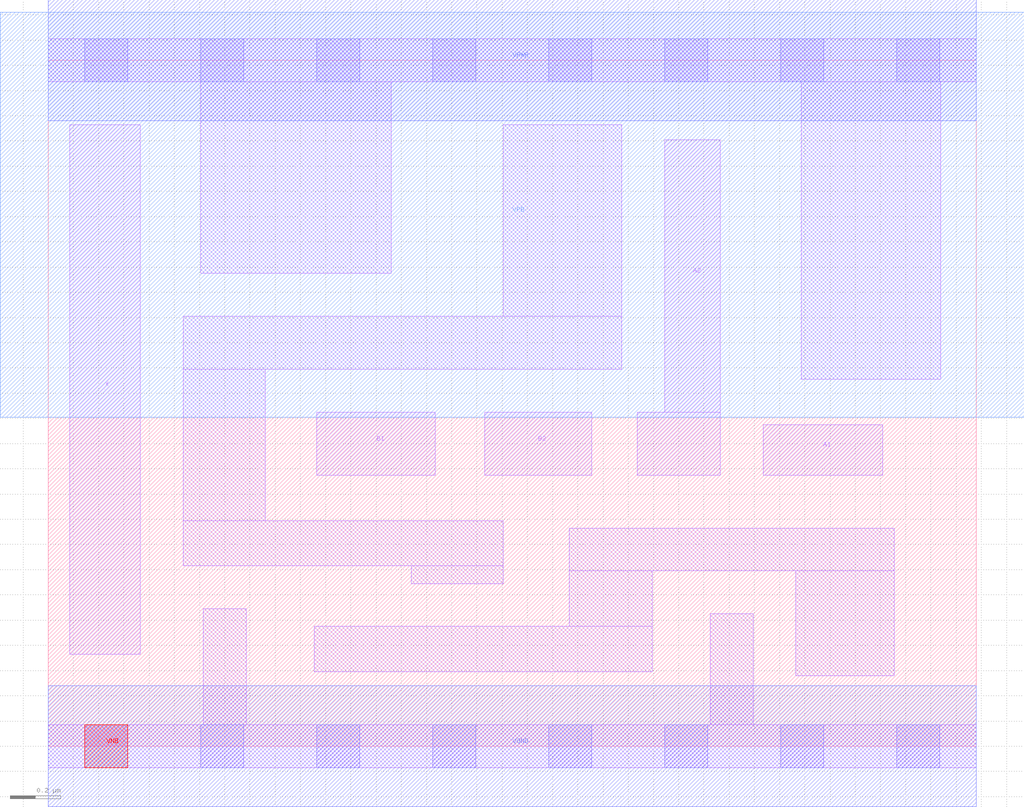
<source format=lef>
# Copyright 2020 The SkyWater PDK Authors
#
# Licensed under the Apache License, Version 2.0 (the "License");
# you may not use this file except in compliance with the License.
# You may obtain a copy of the License at
#
#     https://www.apache.org/licenses/LICENSE-2.0
#
# Unless required by applicable law or agreed to in writing, software
# distributed under the License is distributed on an "AS IS" BASIS,
# WITHOUT WARRANTIES OR CONDITIONS OF ANY KIND, either express or implied.
# See the License for the specific language governing permissions and
# limitations under the License.
#
# SPDX-License-Identifier: Apache-2.0

VERSION 5.7 ;
  NOWIREEXTENSIONATPIN ON ;
  DIVIDERCHAR "/" ;
  BUSBITCHARS "[]" ;
PROPERTYDEFINITIONS
  MACRO maskLayoutSubType STRING ;
  MACRO prCellType STRING ;
  MACRO originalViewName STRING ;
END PROPERTYDEFINITIONS
MACRO sky130_fd_sc_hdll__o22a_1
  CLASS CORE ;
  FOREIGN sky130_fd_sc_hdll__o22a_1 ;
  ORIGIN  0.000000  0.000000 ;
  SIZE  3.680000 BY  2.720000 ;
  SYMMETRY X Y R90 ;
  SITE unithd ;
  PIN A1
    ANTENNAGATEAREA  0.277500 ;
    DIRECTION INPUT ;
    USE SIGNAL ;
    PORT
      LAYER li1 ;
        RECT 2.835000 1.075000 3.310000 1.275000 ;
    END
  END A1
  PIN A2
    ANTENNAGATEAREA  0.277500 ;
    DIRECTION INPUT ;
    USE SIGNAL ;
    PORT
      LAYER li1 ;
        RECT 2.335000 1.075000 2.665000 1.325000 ;
        RECT 2.445000 1.325000 2.665000 2.405000 ;
    END
  END A2
  PIN B1
    ANTENNAGATEAREA  0.277500 ;
    DIRECTION INPUT ;
    USE SIGNAL ;
    PORT
      LAYER li1 ;
        RECT 1.065000 1.075000 1.535000 1.325000 ;
    END
  END B1
  PIN B2
    ANTENNAGATEAREA  0.277500 ;
    DIRECTION INPUT ;
    USE SIGNAL ;
    PORT
      LAYER li1 ;
        RECT 1.730000 1.075000 2.155000 1.325000 ;
    END
  END B2
  PIN VGND
    ANTENNADIFFAREA  0.383500 ;
    DIRECTION INOUT ;
    USE SIGNAL ;
    PORT
      LAYER met1 ;
        RECT 0.000000 -0.240000 3.680000 0.240000 ;
    END
  END VGND
  PIN VNB
    PORT
      LAYER pwell ;
        RECT 0.145000 -0.085000 0.315000 0.085000 ;
    END
  END VNB
  PIN VPB
    PORT
      LAYER nwell ;
        RECT -0.190000 1.305000 3.870000 2.910000 ;
    END
  END VPB
  PIN VPWR
    ANTENNADIFFAREA  0.980000 ;
    DIRECTION INOUT ;
    USE SIGNAL ;
    PORT
      LAYER met1 ;
        RECT 0.000000 2.480000 3.680000 2.960000 ;
    END
  END VPWR
  PIN X
    ANTENNADIFFAREA  0.472000 ;
    DIRECTION OUTPUT ;
    USE SIGNAL ;
    PORT
      LAYER li1 ;
        RECT 0.085000 0.365000 0.365000 2.465000 ;
    END
  END X
  OBS
    LAYER li1 ;
      RECT 0.000000 -0.085000 3.680000 0.085000 ;
      RECT 0.000000  2.635000 3.680000 2.805000 ;
      RECT 0.535000  0.715000 1.805000 0.895000 ;
      RECT 0.535000  0.895000 0.860000 1.495000 ;
      RECT 0.535000  1.495000 2.275000 1.705000 ;
      RECT 0.605000  1.875000 1.360000 2.635000 ;
      RECT 0.615000  0.085000 0.785000 0.545000 ;
      RECT 1.055000  0.295000 2.395000 0.475000 ;
      RECT 1.440000  0.645000 1.805000 0.715000 ;
      RECT 1.805000  1.705000 2.275000 2.465000 ;
      RECT 2.065000  0.475000 2.395000 0.695000 ;
      RECT 2.065000  0.695000 3.355000 0.865000 ;
      RECT 2.625000  0.085000 2.795000 0.525000 ;
      RECT 2.965000  0.280000 3.355000 0.695000 ;
      RECT 2.985000  1.455000 3.540000 2.635000 ;
    LAYER mcon ;
      RECT 0.145000 -0.085000 0.315000 0.085000 ;
      RECT 0.145000  2.635000 0.315000 2.805000 ;
      RECT 0.605000 -0.085000 0.775000 0.085000 ;
      RECT 0.605000  2.635000 0.775000 2.805000 ;
      RECT 1.065000 -0.085000 1.235000 0.085000 ;
      RECT 1.065000  2.635000 1.235000 2.805000 ;
      RECT 1.525000 -0.085000 1.695000 0.085000 ;
      RECT 1.525000  2.635000 1.695000 2.805000 ;
      RECT 1.985000 -0.085000 2.155000 0.085000 ;
      RECT 1.985000  2.635000 2.155000 2.805000 ;
      RECT 2.445000 -0.085000 2.615000 0.085000 ;
      RECT 2.445000  2.635000 2.615000 2.805000 ;
      RECT 2.905000 -0.085000 3.075000 0.085000 ;
      RECT 2.905000  2.635000 3.075000 2.805000 ;
      RECT 3.365000 -0.085000 3.535000 0.085000 ;
      RECT 3.365000  2.635000 3.535000 2.805000 ;
  END
  PROPERTY maskLayoutSubType "abstract" ;
  PROPERTY prCellType "standard" ;
  PROPERTY originalViewName "layout" ;
END sky130_fd_sc_hdll__o22a_1
END LIBRARY

</source>
